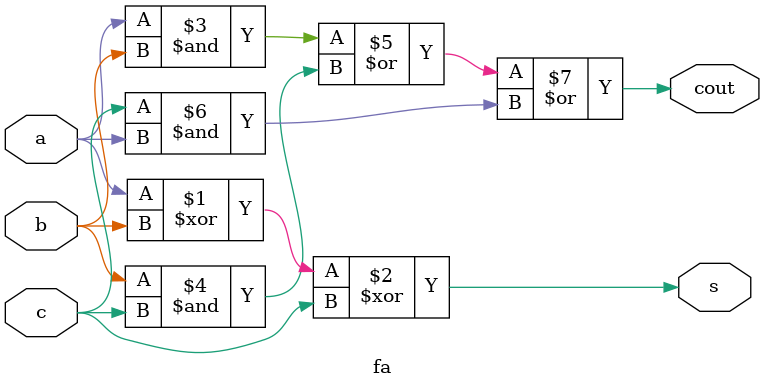
<source format=v>
`timescale 1ns / 1ps

module Ripple_carry_adder(
input [3:0] a,b,
input cin,
output [3:0] s,
output cout );
wire [2:0] ca;

fa f1(a[0],b[0],cin,s[0],ca[0]);
fa f2(a[1],b[1],ca[0],s[1],ca[1]);
fa f3(a[2],b[2],ca[1],s[2],ca[2]);
fa f4(a[3],b[3],ca[2],s[3],cout);

endmodule

module fa(
input a,b,c,
output s,cout);
assign s=a^b^c;
assign cout =(a&b)|(b&c)|(c&a);
endmodule
</source>
